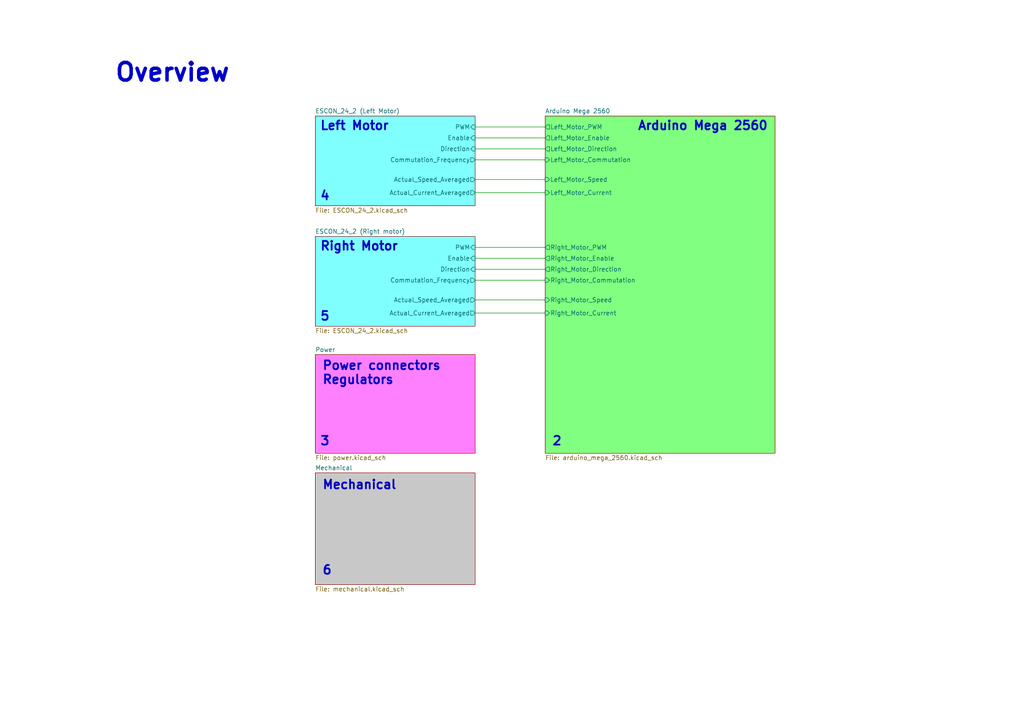
<source format=kicad_sch>
(kicad_sch (version 20230121) (generator eeschema)
  (paper "A4")
  (title_block (title "Arduino Mega 2560 ESCON 24/2 MB Shield") (date "2023-04-10") (company "Team Goombot") (comment 2 "Author: Vincent Nguyen"))
  (lib_symbols)
  (wire (pts (xy 137.795 36.83) (xy 158.115 36.83)))
  (wire (pts (xy 137.795 52.07) (xy 158.115 52.07)))
  (wire (pts (xy 137.795 40.005) (xy 158.115 40.005)))
  (wire (pts (xy 137.795 74.93) (xy 158.115 74.93)))
  (wire (pts (xy 137.795 86.995) (xy 158.115 86.995)))
  (wire (pts (xy 137.795 90.805) (xy 158.115 90.805)))
  (wire (pts (xy 137.795 78.105) (xy 158.115 78.105)))
  (wire (pts (xy 137.795 55.88) (xy 158.115 55.88)))
  (wire (pts (xy 137.795 71.755) (xy 158.115 71.755)))
  (wire (pts (xy 137.795 81.28) (xy 158.115 81.28)))
  (wire (pts (xy 137.795 46.355) (xy 158.115 46.355)))
  (wire (pts (xy 137.795 43.18) (xy 158.115 43.18)))
  (text "4" (at 92.71 58.42 0) (effects (font (size 2.54 2.54) bold) (justify left bottom)))
  (text "Mechanical" (at 93.345 142.24 0) (effects (font (size 2.54 2.54) (thickness 0.508) bold) (justify left bottom)))
  (text "Overview" (at 33.02 24.13 0) (effects (font (size 5.08 5.08) (thickness 1.016) bold) (justify left bottom)))
  (text "2" (at 160.02 129.54 0) (effects (font (size 2.54 2.54) bold) (justify left bottom)))
  (text "Right Motor" (at 92.71 73.025 0) (effects (font (size 2.54 2.54) (thickness 0.508) bold) (justify left bottom)))
  (text "6" (at 93.345 167.005 0) (effects (font (size 2.54 2.54) bold) (justify left bottom)))
  (text "Arduino Mega 2560" (at 222.885 38.1 0) (effects (font (size 2.54 2.54) (thickness 0.508) bold) (justify right bottom)))
  (text "Left Motor" (at 92.71 38.1 0) (effects (font (size 2.54 2.54) (thickness 0.508) bold) (justify left bottom)))
  (text "3" (at 92.71 129.54 0) (effects (font (size 2.54 2.54) bold) (justify left bottom)))
  (text "Power connectors\nRegulators" (at 93.345 111.76 0) (effects (font (size 2.54 2.54) (thickness 0.508) bold) (justify left bottom)))
  (text "5" (at 92.71 93.345 0) (effects (font (size 2.54 2.54) bold) (justify left bottom)))
  (sheet (at 91.44 68.58) (size 46.355 26.035) (stroke (width 0.1524)) (fill (color 128 255 255 1.0000))
    (property "Sheetname" "ESCON_24_2 (Right motor)" (at 91.44 67.8684 0) (effects (justify left bottom)))
    (property "Sheetfile" "ESCON_24_2.kicad_sch" (at 91.44 95.1996 0) (effects (justify left top)))
    (pin "Enable" input (at 137.795 74.93 0))
    (pin "Direction" input (at 137.795 78.105 0))
    (pin "Actual_Speed_Averaged" output (at 137.795 86.995 0))
    (pin "PWM" input (at 137.795 71.755 0))
    (pin "Commutation_Frequency" output (at 137.795 81.28 0))
    (pin "Actual_Current_Averaged" output (at 137.795 90.805 0))
  )
  (sheet (at 91.44 102.87) (size 46.355 28.575) (stroke (width 0.1524)) (fill (color 255 128 255 1.0000))
    (property "Sheetname" "Power" (at 91.44 102.1584 0) (effects (justify left bottom)))
    (property "Sheetfile" "power.kicad_sch" (at 91.44 132.0296 0) (effects (justify left top)))
  )
  (sheet (at 91.44 33.655) (size 46.355 26.035) (stroke (width 0.1524)) (fill (color 128 255 255 1.0000))
    (property "Sheetname" "ESCON_24_2 (Left Motor)" (at 91.44 32.9434 0) (effects (justify left bottom)))
    (property "Sheetfile" "ESCON_24_2.kicad_sch" (at 91.44 60.2746 0) (effects (justify left top)))
    (pin "Enable" input (at 137.795 40.005 0))
    (pin "Direction" input (at 137.795 43.18 0))
    (pin "Actual_Speed_Averaged" output (at 137.795 52.07 0))
    (pin "PWM" input (at 137.795 36.83 0))
    (pin "Commutation_Frequency" output (at 137.795 46.355 0))
    (pin "Actual_Current_Averaged" output (at 137.795 55.88 0))
  )
  (sheet (at 91.44 137.16) (size 46.355 32.385) (stroke (width 0.1524)) (fill (color 200 200 200 1.0000))
    (property "Sheetname" "Mechanical" (at 91.44 136.4484 0) (effects (justify left bottom)))
    (property "Sheetfile" "mechanical.kicad_sch" (at 91.44 170.1296 0) (effects (justify left top)))
  )
  (sheet (at 158.115 33.655) (size 66.675 97.79) (stroke (width 0.1524)) (fill (color 128 255 128 1.0000))
    (property "Sheetname" "Arduino Mega 2560" (at 158.115 32.9434 0) (effects (justify left bottom)))
    (property "Sheetfile" "arduino_mega_2560.kicad_sch" (at 158.115 132.0296 0) (effects (justify left top)))
    (pin "Left_Motor_Direction" output (at 158.115 43.18 180))
    (pin "Left_Motor_PWM" output (at 158.115 36.83 180))
    (pin "Left_Motor_Enable" output (at 158.115 40.005 180))
    (pin "Left_Motor_Speed" input (at 158.115 52.07 180))
    (pin "Left_Motor_Current" input (at 158.115 55.88 180))
    (pin "Left_Motor_Commutation" input (at 158.115 46.355 180))
    (pin "Right_Motor_Enable" output (at 158.115 74.93 180))
    (pin "Right_Motor_Direction" output (at 158.115 78.105 180))
    (pin "Right_Motor_PWM" output (at 158.115 71.755 180))
    (pin "Right_Motor_Commutation" input (at 158.115 81.28 180))
    (pin "Right_Motor_Speed" input (at 158.115 86.995 180))
    (pin "Right_Motor_Current" input (at 158.115 90.805 180))
  )
)
</source>
